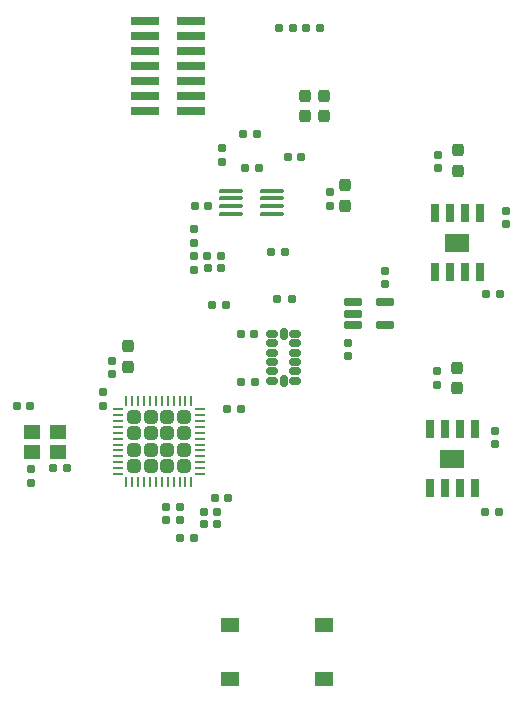
<source format=gbr>
%TF.GenerationSoftware,KiCad,Pcbnew,8.0.5*%
%TF.CreationDate,2024-09-20T22:50:32+02:00*%
%TF.ProjectId,ESE_AL8,4553455f-414c-4382-9e6b-696361645f70,rev?*%
%TF.SameCoordinates,Original*%
%TF.FileFunction,Paste,Top*%
%TF.FilePolarity,Positive*%
%FSLAX46Y46*%
G04 Gerber Fmt 4.6, Leading zero omitted, Abs format (unit mm)*
G04 Created by KiCad (PCBNEW 8.0.5) date 2024-09-20 22:50:32*
%MOMM*%
%LPD*%
G01*
G04 APERTURE LIST*
G04 Aperture macros list*
%AMRoundRect*
0 Rectangle with rounded corners*
0 $1 Rounding radius*
0 $2 $3 $4 $5 $6 $7 $8 $9 X,Y pos of 4 corners*
0 Add a 4 corners polygon primitive as box body*
4,1,4,$2,$3,$4,$5,$6,$7,$8,$9,$2,$3,0*
0 Add four circle primitives for the rounded corners*
1,1,$1+$1,$2,$3*
1,1,$1+$1,$4,$5*
1,1,$1+$1,$6,$7*
1,1,$1+$1,$8,$9*
0 Add four rect primitives between the rounded corners*
20,1,$1+$1,$2,$3,$4,$5,0*
20,1,$1+$1,$4,$5,$6,$7,0*
20,1,$1+$1,$6,$7,$8,$9,0*
20,1,$1+$1,$8,$9,$2,$3,0*%
G04 Aperture macros list end*
%ADD10R,1.400000X1.200000*%
%ADD11RoundRect,0.162500X-0.617500X-0.162500X0.617500X-0.162500X0.617500X0.162500X-0.617500X0.162500X0*%
%ADD12RoundRect,0.150000X-0.325000X-0.150000X0.325000X-0.150000X0.325000X0.150000X-0.325000X0.150000X0*%
%ADD13RoundRect,0.150000X-0.150000X-0.325000X0.150000X-0.325000X0.150000X0.325000X-0.150000X0.325000X0*%
%ADD14RoundRect,0.250000X-0.315000X-0.315000X0.315000X-0.315000X0.315000X0.315000X-0.315000X0.315000X0*%
%ADD15RoundRect,0.062500X-0.375000X-0.062500X0.375000X-0.062500X0.375000X0.062500X-0.375000X0.062500X0*%
%ADD16RoundRect,0.062500X-0.062500X-0.375000X0.062500X-0.375000X0.062500X0.375000X-0.062500X0.375000X0*%
%ADD17RoundRect,0.160000X-0.197500X-0.160000X0.197500X-0.160000X0.197500X0.160000X-0.197500X0.160000X0*%
%ADD18RoundRect,0.160000X-0.160000X0.197500X-0.160000X-0.197500X0.160000X-0.197500X0.160000X0.197500X0*%
%ADD19RoundRect,0.160000X0.160000X-0.197500X0.160000X0.197500X-0.160000X0.197500X-0.160000X-0.197500X0*%
%ADD20RoundRect,0.160000X0.197500X0.160000X-0.197500X0.160000X-0.197500X-0.160000X0.197500X-0.160000X0*%
%ADD21RoundRect,0.155000X-0.212500X-0.155000X0.212500X-0.155000X0.212500X0.155000X-0.212500X0.155000X0*%
%ADD22R,2.400000X0.740000*%
%ADD23RoundRect,0.100000X0.900000X0.100000X-0.900000X0.100000X-0.900000X-0.100000X0.900000X-0.100000X0*%
%ADD24RoundRect,0.155000X0.155000X-0.212500X0.155000X0.212500X-0.155000X0.212500X-0.155000X-0.212500X0*%
%ADD25RoundRect,0.155000X-0.155000X0.212500X-0.155000X-0.212500X0.155000X-0.212500X0.155000X0.212500X0*%
%ADD26RoundRect,0.237500X0.237500X-0.300000X0.237500X0.300000X-0.237500X0.300000X-0.237500X-0.300000X0*%
%ADD27RoundRect,0.155000X0.212500X0.155000X-0.212500X0.155000X-0.212500X-0.155000X0.212500X-0.155000X0*%
%ADD28R,2.101200X1.567800*%
%ADD29R,0.802000X1.505000*%
%ADD30RoundRect,0.237500X-0.237500X0.300000X-0.237500X-0.300000X0.237500X-0.300000X0.237500X0.300000X0*%
%ADD31R,1.550000X1.300000*%
G04 APERTURE END LIST*
D10*
%TO.C,Y101*%
X150900000Y-98000000D03*
X148700000Y-98000000D03*
X148700000Y-96300000D03*
X150900000Y-96300000D03*
%TD*%
D11*
%TO.C,U301*%
X175850000Y-85350000D03*
X175850000Y-86300000D03*
X175850000Y-87250000D03*
X178550000Y-87250000D03*
X178550000Y-85350000D03*
%TD*%
D12*
%TO.C,U203*%
X169000000Y-88000000D03*
X169000000Y-88800000D03*
X169000000Y-89600000D03*
X169000000Y-90400000D03*
X169000000Y-91200000D03*
X169000000Y-92000000D03*
D13*
X170000000Y-92000000D03*
D12*
X171000000Y-92000000D03*
X171000000Y-91200000D03*
X171000000Y-90400000D03*
X171000000Y-89600000D03*
X171000000Y-88800000D03*
X171000000Y-88000000D03*
D13*
X170000000Y-88000000D03*
%TD*%
D14*
%TO.C,U101*%
X157350000Y-95037500D03*
X157350000Y-96437500D03*
X157350000Y-97837500D03*
X157350000Y-99237500D03*
X158750000Y-95037500D03*
X158750000Y-96437500D03*
X158750000Y-97837500D03*
X158750000Y-99237500D03*
X160150000Y-95037500D03*
X160150000Y-96437500D03*
X160150000Y-97837500D03*
X160150000Y-99237500D03*
X161550000Y-95037500D03*
X161550000Y-96437500D03*
X161550000Y-97837500D03*
X161550000Y-99237500D03*
D15*
X156012500Y-94387500D03*
X156012500Y-94887500D03*
X156012500Y-95387500D03*
X156012500Y-95887500D03*
X156012500Y-96387500D03*
X156012500Y-96887500D03*
X156012500Y-97387500D03*
X156012500Y-97887500D03*
X156012500Y-98387500D03*
X156012500Y-98887500D03*
X156012500Y-99387500D03*
X156012500Y-99887500D03*
D16*
X156700000Y-100575000D03*
X157200000Y-100575000D03*
X157700000Y-100575000D03*
X158200000Y-100575000D03*
X158700000Y-100575000D03*
X159200000Y-100575000D03*
X159700000Y-100575000D03*
X160200000Y-100575000D03*
X160700000Y-100575000D03*
X161200000Y-100575000D03*
X161700000Y-100575000D03*
X162200000Y-100575000D03*
D15*
X162887500Y-99887500D03*
X162887500Y-99387500D03*
X162887500Y-98887500D03*
X162887500Y-98387500D03*
X162887500Y-97887500D03*
X162887500Y-97387500D03*
X162887500Y-96887500D03*
X162887500Y-96387500D03*
X162887500Y-95887500D03*
X162887500Y-95387500D03*
X162887500Y-94887500D03*
X162887500Y-94387500D03*
D16*
X162200000Y-93700000D03*
X161700000Y-93700000D03*
X161200000Y-93700000D03*
X160700000Y-93700000D03*
X160200000Y-93700000D03*
X159700000Y-93700000D03*
X159200000Y-93700000D03*
X158700000Y-93700000D03*
X158200000Y-93700000D03*
X157700000Y-93700000D03*
X157200000Y-93700000D03*
X156700000Y-93700000D03*
%TD*%
D17*
%TO.C,R306*%
X163535000Y-81400000D03*
X164730000Y-81400000D03*
%TD*%
D18*
%TO.C,R305*%
X162432500Y-81402500D03*
X162432500Y-82597500D03*
%TD*%
%TO.C,R304*%
X162432500Y-79102500D03*
X162432500Y-80297500D03*
%TD*%
D19*
%TO.C,R303*%
X164800000Y-73497500D03*
X164800000Y-72302500D03*
%TD*%
D17*
%TO.C,R302*%
X168905000Y-81100000D03*
X170100000Y-81100000D03*
%TD*%
D20*
%TO.C,R301*%
X167900000Y-74000000D03*
X166705000Y-74000000D03*
%TD*%
%TO.C,R202*%
X170677500Y-85040000D03*
X169482500Y-85040000D03*
%TD*%
%TO.C,R201*%
X165097500Y-85600000D03*
X163902500Y-85600000D03*
%TD*%
D17*
%TO.C,R102*%
X150500000Y-99400000D03*
X151695000Y-99400000D03*
%TD*%
%TO.C,R101*%
X171905000Y-62100000D03*
X173100000Y-62100000D03*
%TD*%
D21*
%TO.C,L301*%
X170365000Y-73000000D03*
X171500000Y-73000000D03*
%TD*%
%TO.C,L101*%
X161265000Y-105300000D03*
X162400000Y-105300000D03*
%TD*%
D22*
%TO.C,J201*%
X158300000Y-61500000D03*
X162200000Y-61500000D03*
X158300000Y-62770000D03*
X162200000Y-62770000D03*
X158300000Y-64040000D03*
X162200000Y-64040000D03*
X158300000Y-65310000D03*
X162200000Y-65310000D03*
X158300000Y-66580000D03*
X162200000Y-66580000D03*
X158300000Y-67850000D03*
X162200000Y-67850000D03*
X158300000Y-69120000D03*
X162200000Y-69120000D03*
%TD*%
D23*
%TO.C,IC301*%
X165580000Y-77840000D03*
X165580000Y-77200000D03*
X165580000Y-76540000D03*
X165580000Y-75900000D03*
X169000000Y-75900000D03*
X169000000Y-76540000D03*
X169000000Y-77200000D03*
X169000000Y-77840000D03*
%TD*%
D20*
%TO.C,D101*%
X170800000Y-62100000D03*
X169605000Y-62100000D03*
%TD*%
D24*
%TO.C,C309*%
X178600000Y-83835000D03*
X178600000Y-82700000D03*
%TD*%
D25*
%TO.C,C308*%
X175500000Y-88765000D03*
X175500000Y-89900000D03*
%TD*%
D21*
%TO.C,C307*%
X163565000Y-82400000D03*
X164700000Y-82400000D03*
%TD*%
D26*
%TO.C,C306*%
X173400000Y-69600000D03*
X173400000Y-67875000D03*
%TD*%
%TO.C,C305*%
X171800000Y-69562500D03*
X171800000Y-67837500D03*
%TD*%
D21*
%TO.C,C304*%
X166600000Y-71100000D03*
X167735000Y-71100000D03*
%TD*%
D24*
%TO.C,C303*%
X173900000Y-77172500D03*
X173900000Y-76037500D03*
%TD*%
D27*
%TO.C,C302*%
X163600000Y-77200000D03*
X162465000Y-77200000D03*
%TD*%
D26*
%TO.C,C301*%
X175200000Y-77162500D03*
X175200000Y-75437500D03*
%TD*%
D27*
%TO.C,C210*%
X167500000Y-88000000D03*
X166365000Y-88000000D03*
%TD*%
%TO.C,C209*%
X167567500Y-92100000D03*
X166432500Y-92100000D03*
%TD*%
D24*
%TO.C,C208*%
X188820000Y-78735000D03*
X188820000Y-77600000D03*
%TD*%
D21*
%TO.C,C207*%
X187165000Y-84600000D03*
X188300000Y-84600000D03*
%TD*%
D24*
%TO.C,C206*%
X187900000Y-97367500D03*
X187900000Y-96232500D03*
%TD*%
D21*
%TO.C,C205*%
X187100000Y-103100000D03*
X188235000Y-103100000D03*
%TD*%
D25*
%TO.C,C202*%
X183100000Y-72832500D03*
X183100000Y-73967500D03*
%TD*%
%TO.C,C201*%
X183000000Y-91170000D03*
X183000000Y-92305000D03*
%TD*%
D27*
%TO.C,C112*%
X161200000Y-103800000D03*
X160065000Y-103800000D03*
%TD*%
%TO.C,C111*%
X161200000Y-102700000D03*
X160065000Y-102700000D03*
%TD*%
D21*
%TO.C,C110*%
X164165000Y-101900000D03*
X165300000Y-101900000D03*
%TD*%
%TO.C,C109*%
X163232500Y-103100000D03*
X164367500Y-103100000D03*
%TD*%
D24*
%TO.C,C108*%
X155500000Y-91435000D03*
X155500000Y-90300000D03*
%TD*%
D21*
%TO.C,C107*%
X163265000Y-104100000D03*
X164400000Y-104100000D03*
%TD*%
D24*
%TO.C,C106*%
X154700000Y-94100000D03*
X154700000Y-92965000D03*
%TD*%
D25*
%TO.C,C105*%
X148600000Y-99465000D03*
X148600000Y-100600000D03*
%TD*%
D21*
%TO.C,C104*%
X165222500Y-94400000D03*
X166357500Y-94400000D03*
%TD*%
D26*
%TO.C,C103*%
X156800000Y-90800000D03*
X156800000Y-89075000D03*
%TD*%
D28*
%TO.C,U202*%
X184695000Y-80302500D03*
D29*
X186600000Y-82800000D03*
X185330000Y-82800000D03*
X184060000Y-82800000D03*
X182790000Y-82800000D03*
X182790000Y-77805000D03*
X184060000Y-77805000D03*
X185330000Y-77805000D03*
X186600000Y-77805000D03*
%TD*%
D30*
%TO.C,C203*%
X184700000Y-90875000D03*
X184700000Y-92600000D03*
%TD*%
%TO.C,C204*%
X184800000Y-72475000D03*
X184800000Y-74200000D03*
%TD*%
D29*
%TO.C,U201*%
X186200000Y-96105000D03*
X184930000Y-96105000D03*
X183660000Y-96105000D03*
X182390000Y-96105000D03*
X182390000Y-101100000D03*
X183660000Y-101100000D03*
X184930000Y-101100000D03*
X186200000Y-101100000D03*
D28*
X184295000Y-98602500D03*
%TD*%
D31*
%TO.C,SW201*%
X165450000Y-112700000D03*
X173400000Y-112700000D03*
X165450000Y-117200000D03*
X173400000Y-117200000D03*
%TD*%
D21*
%TO.C,C102*%
X147415000Y-94100000D03*
X148550000Y-94100000D03*
%TD*%
M02*

</source>
